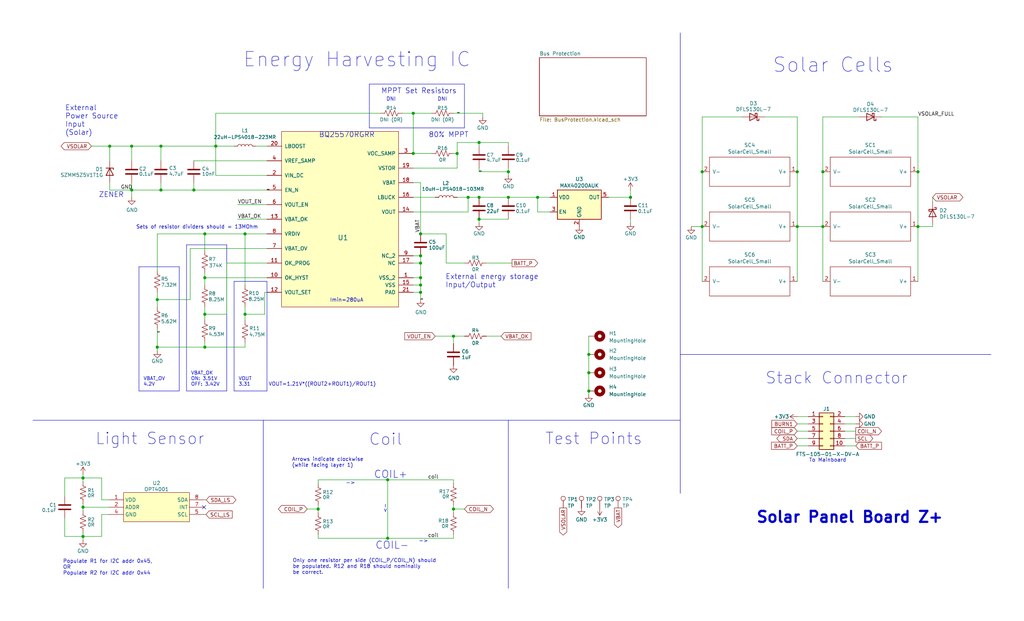
<source format=kicad_sch>
(kicad_sch (version 20230121) (generator eeschema)
  (paper "USLegal")
  (title_block (title "PyCubed Mini") (date "2023-06-18") (rev "B3/03") (company "REx Lab Carnegie Mellon University") (comment 1 "Z.Manchester") (comment 2 "N.Khera") (comment 3 "M.Holliday"))
  (lib_symbols
    (symbol "Analog_Switch:MAX40200AUK"
      (property "Reference" "U" (at -6.35 6.35 0))
      (property "Value" "MAX40200AUK" (at 7.62 6.35 0))
      (symbol "MAX40200AUK_1_1"
        (rectangle (start -7.62 -5.08) (end 7.62 5.08) (stroke (width 0.254)) (fill (type background)))
        (pin power_in line (at -10.16 2.54 0) (length 2.54) (name "VDD") (number "1"))
        (pin power_in line (at 0 -7.62 90) (length 2.54) (name "GND") (number "2"))
        (pin input line (at -10.16 -2.54 0) (length 2.54) (name "EN") (number "3"))
        (pin no_connect line (at 7.62 -2.54 180) (length 2.54) hide (name "NC") (number "4"))
        (pin passive line (at 10.16 2.54 180) (length 2.54) (name "OUT") (number "5"))
      )
    )
    (symbol "Connector:TestPoint" (pin_numbers hide) (pin_names (offset 0.762) hide)
      (property "Reference" "TP" (at 0 6.858 0))
      (property "Value" "TestPoint" (at 0 5.08 0))
      (symbol "TestPoint_0_1"
        (circle (center 0 3.302) (radius 0.762))
      )
      (symbol "TestPoint_1_1"
        (pin passive line (at 0 0 90) (length 2.54) (name "1") (number "1"))
      )
    )
    (symbol "Connector_Generic:Conn_02x05_Odd_Even" (pin_names (offset 1.016) hide)
      (property "Reference" "J" (at 1.27 7.62 0))
      (property "Value" "Conn_02x05_Odd_Even" (at 1.27 -7.62 0))
      (symbol "Conn_02x05_Odd_Even_1_1"
        (rectangle (start -1.27 -4.953) (end 0 -5.207) (stroke (width 0.1524)))
        (rectangle (start -1.27 -2.413) (end 0 -2.667) (stroke (width 0.1524)))
        (rectangle (start -1.27 0.127) (end 0 -0.127) (stroke (width 0.1524)))
        (rectangle (start -1.27 2.667) (end 0 2.413) (stroke (width 0.1524)))
        (rectangle (start -1.27 5.207) (end 0 4.953) (stroke (width 0.1524)))
        (rectangle (start -1.27 6.35) (end 3.81 -6.35) (stroke (width 0.254)) (fill (type background)))
        (rectangle (start 3.81 -4.953) (end 2.54 -5.207) (stroke (width 0.1524)))
        (rectangle (start 3.81 -2.413) (end 2.54 -2.667) (stroke (width 0.1524)))
        (rectangle (start 3.81 0.127) (end 2.54 -0.127) (stroke (width 0.1524)))
        (rectangle (start 3.81 2.667) (end 2.54 2.413) (stroke (width 0.1524)))
        (rectangle (start 3.81 5.207) (end 2.54 4.953) (stroke (width 0.1524)))
        (pin passive line (at -5.08 5.08 0) (length 3.81) (name "Pin_1") (number "1"))
        (pin passive line (at 7.62 -5.08 180) (length 3.81) (name "Pin_10") (number "10"))
        (pin passive line (at 7.62 5.08 180) (length 3.81) (name "Pin_2") (number "2"))
        (pin passive line (at -5.08 2.54 0) (length 3.81) (name "Pin_3") (number "3"))
        (pin passive line (at 7.62 2.54 180) (length 3.81) (name "Pin_4") (number "4"))
        (pin passive line (at -5.08 0 0) (length 3.81) (name "Pin_5") (number "5"))
        (pin passive line (at 7.62 0 180) (length 3.81) (name "Pin_6") (number "6"))
        (pin passive line (at -5.08 -2.54 0) (length 3.81) (name "Pin_7") (number "7"))
        (pin passive line (at 7.62 -2.54 180) (length 3.81) (name "Pin_8") (number "8"))
        (pin passive line (at -5.08 -5.08 0) (length 3.81) (name "Pin_9") (number "9"))
      )
    )
    (symbol "Device:C" (pin_numbers hide) (pin_names (offset 0.254))
      (property "Reference" "C" (at 0.635 2.54 0))
      (property "Value" "C" (at 0.635 -2.54 0))
      (symbol "C_0_1"
        (polyline (pts (xy -2.032 -0.762) (xy 2.032 -0.762)) (stroke (width 0.508)))
        (polyline (pts (xy -2.032 0.762) (xy 2.032 0.762)) (stroke (width 0.508)))
      )
      (symbol "C_1_1"
        (pin passive line (at 0 3.81 270) (length 2.794) (name "~") (number "1"))
        (pin passive line (at 0 -3.81 90) (length 2.794) (name "~") (number "2"))
      )
    )
    (symbol "Device:D_Schottky" (pin_numbers hide) (pin_names (offset 1.016) hide)
      (property "Reference" "D" (at 0 2.54 0))
      (property "Value" "D_Schottky" (at 0 -2.54 0))
      (symbol "D_Schottky_0_1"
        (polyline (pts (xy 1.27 0) (xy -1.27 0)))
        (polyline (pts (xy 1.27 1.27) (xy 1.27 -1.27) (xy -1.27 0) (xy 1.27 1.27)) (stroke (width 0.254)))
        (polyline (pts (xy -1.905 0.635) (xy -1.905 1.27) (xy -1.27 1.27) (xy -1.27 -1.27) (xy -0.635 -1.27) (xy -0.635 -0.635)) (stroke (width 0.254)))
      )
      (symbol "D_Schottky_1_1"
        (pin passive line (at -3.81 0 0) (length 2.54) (name "K") (number "1"))
        (pin passive line (at 3.81 0 180) (length 2.54) (name "A") (number "2"))
      )
    )
    (symbol "Device:L" (pin_numbers hide) (pin_names (offset 1.016) hide)
      (property "Reference" "L" (at -1.27 0 90))
      (property "Value" "L" (at 1.905 0 90))
      (symbol "L_0_1"
        (arc (start 0 -2.54) (mid 0.6323 -1.905) (end 0 -1.27))
        (arc (start 0 -1.27) (mid 0.6323 -0.635) (end 0 0))
        (arc (start 0 0) (mid 0.6323 0.635) (end 0 1.27))
        (arc (start 0 1.27) (mid 0.6323 1.905) (end 0 2.54))
      )
      (symbol "L_1_1"
        (pin passive line (at 0 3.81 270) (length 1.27) (name "1") (number "1"))
        (pin passive line (at 0 -3.81 90) (length 1.27) (name "2") (number "2"))
      )
    )
    (symbol "Device:R_US" (pin_numbers hide) (pin_names (offset 0))
      (property "Reference" "R" (at 2.54 0 90))
      (property "Value" "R_US" (at -2.54 0 90))
      (symbol "R_US_0_1"
        (polyline (pts (xy 0 -2.286) (xy 0 -2.54)))
        (polyline (pts (xy 0 2.286) (xy 0 2.54)))
        (polyline (pts (xy 0 -0.762) (xy 1.016 -1.143) (xy 0 -1.524) (xy -1.016 -1.905) (xy 0 -2.286)))
        (polyline (pts (xy 0 0.762) (xy 1.016 0.381) (xy 0 0) (xy -1.016 -0.381) (xy 0 -0.762)))
        (polyline (pts (xy 0 2.286) (xy 1.016 1.905) (xy 0 1.524) (xy -1.016 1.143) (xy 0 0.762)))
      )
      (symbol "R_US_1_1"
        (pin passive line (at 0 3.81 270) (length 1.27) (name "~") (number "1"))
        (pin passive line (at 0 -3.81 90) (length 1.27) (name "~") (number "2"))
      )
    )
    (symbol "Diode:Z1SMAxxx" (pin_numbers hide) (pin_names hide)
      (property "Reference" "D" (at 0 2.54 0))
      (property "Value" "Z1SMAxxx" (at 0 -2.54 0))
      (symbol "Z1SMAxxx_0_1"
        (polyline (pts (xy 1.27 0) (xy -1.27 0)))
        (polyline (pts (xy -1.27 -1.27) (xy -1.27 1.27) (xy -0.762 1.27)) (stroke (width 0.254)))
        (polyline (pts (xy 1.27 -1.27) (xy 1.27 1.27) (xy -1.27 0) (xy 1.27 -1.27)) (stroke (width 0.254)))
      )
      (symbol "Z1SMAxxx_1_1"
        (pin passive line (at -3.81 0 0) (length 2.54) (name "K") (number "1"))
        (pin passive line (at 3.81 0 180) (length 2.54) (name "A") (number "2"))
      )
    )
    (symbol "Mechanical:MountingHole_Pad" (pin_numbers hide) (pin_names (offset 1.016) hide)
      (property "Reference" "H" (at 0 6.35 0))
      (property "Value" "MountingHole_Pad" (at 0 4.445 0))
      (symbol "MountingHole_Pad_0_1"
        (circle (center 0 1.27) (radius 1.27) (stroke (width 1.27)))
      )
      (symbol "MountingHole_Pad_1_1"
        (pin input line (at 0 -2.54 90) (length 2.54) (name "1") (number "1"))
      )
    )
    (symbol "power:+3V3" (power) (pin_names (offset 0))
      (property "Value" "+3V3" (at 0 3.556 0))
      (symbol "+3V3_0_1"
        (polyline (pts (xy -0.762 1.27) (xy 0 2.54)))
        (polyline (pts (xy 0 0) (xy 0 2.54)))
        (polyline (pts (xy 0 2.54) (xy 0.762 1.27)))
      )
      (symbol "+3V3_1_1"
        (pin power_in line (at 0 0 90) (length 0) hide (name "+3V3") (number "1"))
      )
    )
    (symbol "power:GND" (power) (pin_names (offset 0))
      (property "Value" "GND" (at 0 -3.81 0))
      (symbol "GND_0_1"
        (polyline (pts (xy 0 0) (xy 0 -1.27) (xy 1.27 -1.27) (xy 0 -2.54) (xy -1.27 -1.27) (xy 0 -1.27)))
      )
      (symbol "GND_1_1"
        (pin power_in line (at 0 0 270) (length 0) hide (name "GND") (number "1"))
      )
    )
    (symbol "solarpanels:BQ25570RGRR" (pin_names (offset 1.016))
      (property "Reference" "U" (at 0 3.81 0))
      (property "Value" "BQ25570RGRR" (at 0 0 0))
      (symbol "BQ25570RGRR_0_1"
        (rectangle (start -20.32 30.48) (end 20.32 -30.48) (fill (type background)))
      )
      (symbol "BQ25570RGRR_1_0"
        (pin power_in line (at 25.4 -20.32 180) (length 5.08) (name "VSS_2") (number "1"))
        (pin input line (at -25.4 -20.32 0) (length 5.08) (name "OK_HYST") (number "10"))
        (pin input line (at -25.4 -15.24 0) (length 5.08) (name "OK_PROG") (number "11"))
        (pin input line (at -25.4 -25.4 0) (length 5.08) (name "VOUT_SET") (number "12"))
        (pin output line (at -25.4 0 0) (length 5.08) (name "VBAT_OK") (number "13"))
        (pin power_in line (at 25.4 2.54 180) (length 5.08) (name "VOUT") (number "14"))
        (pin power_in line (at 25.4 -22.86 180) (length 5.08) (name "VSS") (number "15"))
        (pin passive line (at 25.4 7.62 180) (length 5.08) (name "LBUCK") (number "16"))
        (pin passive line (at 25.4 -15.24 180) (length 5.08) (name "NC") (number "17"))
        (pin bidirectional line (at 25.4 12.7 180) (length 5.08) (name "VBAT") (number "18"))
        (pin power_in line (at 25.4 17.78 180) (length 5.08) (name "VSTOR") (number "19"))
        (pin power_in line (at -25.4 15.24 0) (length 5.08) (name "VIN_DC") (number "2"))
        (pin input line (at -25.4 25.4 0) (length 5.08) (name "LBOOST") (number "20"))
        (pin power_in line (at 25.4 -25.4 180) (length 5.08) (name "PAD") (number "21"))
        (pin input line (at 25.4 22.86 180) (length 5.08) (name "VOC_SAMP") (number "3"))
        (pin input line (at -25.4 20.32 0) (length 5.08) (name "VREF_SAMP") (number "4"))
        (pin input line (at -25.4 10.16 0) (length 5.08) (name "EN_N") (number "5"))
        (pin input line (at -25.4 5.08 0) (length 5.08) (name "VOUT_EN") (number "6"))
        (pin input line (at -25.4 -10.16 0) (length 5.08) (name "VBAT_OV") (number "7"))
        (pin output line (at -25.4 -5.08 0) (length 5.08) (name "VRDIV") (number "8"))
        (pin power_in line (at 25.4 -12.7 180) (length 5.08) (name "NC_2") (number "9"))
      )
    )
    (symbol "solarpanels:OPT4001"
      (property "Reference" "U" (at 0 8.255 0))
      (property "Value" "OPT4001" (at 0 6.223 0))
      (symbol "OPT4001_0_0"
        (pin unspecified line (at -16.51 2.54 0) (length 5.08) (name "VDD") (number "1"))
        (pin unspecified line (at -16.51 0 0) (length 5.08) (name "ADDR") (number "2"))
      )
      (symbol "OPT4001_0_1"
        (polyline (pts (xy -11.43 5.08) (xy 11.43 5.08) (xy 11.43 -5.08) (xy -11.43 -5.08) (xy -11.43 5.08)) (stroke (width 0.1524)) (fill (type background)))
      )
      (symbol "OPT4001_1_0"
        (pin no_connect line (at 0 -10.16 90) (length 5.08) hide (name "NC") (number "3"))
        (pin unspecified line (at -16.51 -2.54 0) (length 5.08) (name "GND") (number "4"))
        (pin unspecified line (at 16.51 -2.54 180) (length 5.08) (name "SCL") (number "5"))
        (pin no_connect line (at 0 -10.16 90) (length 5.08) hide (name "NC") (number "6"))
        (pin unspecified line (at 16.51 0 180) (length 5.08) (name "INT") (number "7"))
        (pin unspecified line (at 16.51 2.54 180) (length 5.08) (name "SDA") (number "8"))
      )
    )
    (symbol "solarpanels:SolarCell_Small" (pin_names (offset 1.016))
      (property "Reference" "SC" (at 0 -1.27 0))
      (property "Value" "SolarCell_Small" (at 0 1.27 0))
      (symbol "SolarCell_Small_0_1"
        (rectangle (start -13.97 -5.08) (end 13.97 5.08))
      )
      (symbol "SolarCell_Small_1_1"
        (pin bidirectional line (at -16.51 0 0) (length 2.54) (name "V+") (number "1"))
        (pin bidirectional line (at 16.51 0 180) (length 2.54) (name "V-") (number "2"))
      )
    )
  )
  (junction (at 38.1 50.8))
  (junction (at 166.37 49.53))
  (junction (at 28.829 186.436))
  (junction (at 54.61 104.14))
  (junction (at 143.51 53.34))
  (junction (at 45.72 66.04))
  (junction (at 146.05 88.9))
  (junction (at 110.49 176.911))
  (junction (at 204.47 123.19))
  (junction (at 28.829 166.116))
  (junction (at 71.12 109.22))
  (junction (at 157.48 176.911))
  (junction (at 74.93 50.8))
  (junction (at 186.69 68.58))
  (junction (at 285.75 78.74))
  (junction (at 85.09 81.28))
  (junction (at 54.61 120.65))
  (junction (at 85.09 109.22))
  (junction (at 162.56 68.58))
  (junction (at 71.12 96.52))
  (junction (at 176.53 59.69))
  (junction (at 55.88 50.8))
  (junction (at 243.84 59.69))
  (junction (at 285.75 59.69))
  (junction (at 146.05 81.28))
  (junction (at 146.05 96.52))
  (junction (at 146.05 101.6))
  (junction (at 71.12 120.65))
  (junction (at 143.51 39.37))
  (junction (at 243.84 78.74))
  (junction (at 276.86 78.74))
  (junction (at 218.948 68.58))
  (junction (at 157.48 116.84))
  (junction (at 134.62 166.751))
  (junction (at 318.77 78.74))
  (junction (at 158.75 53.34))
  (junction (at 28.829 176.276))
  (junction (at 146.05 99.06))
  (junction (at 166.37 76.2))
  (junction (at 67.31 66.04))
  (junction (at 55.88 66.04))
  (junction (at 318.77 59.69))
  (junction (at 276.86 59.69))
  (junction (at 134.62 187.071))
  (junction (at 204.47 129.54))
  (junction (at 204.47 135.89))
  (junction (at 176.53 68.58))
  (junction (at 71.12 81.28))
  (junction (at 45.72 50.8))
  (junction (at 146.05 91.44))
  (junction (at 166.37 68.58))
  (no_connect (at 70.866 176.276))
  (wire (pts (xy 143.51 101.6) (xy 146.05 101.6)))
  (wire (pts (xy 318.77 78.74) (xy 323.85 78.74)))
  (wire (pts (xy 38.1 63.5) (xy 38.1 66.04)))
  (wire (pts (xy 66.04 86.36) (xy 92.71 86.36)))
  (wire (pts (xy 243.84 97.79) (xy 243.84 78.74)))
  (wire (pts (xy 146.05 91.44) (xy 146.05 88.9)))
  (polyline (pts (xy 78.74 85.09) (xy 78.74 135.89)))
  (wire (pts (xy 71.12 106.68) (xy 71.12 109.22)))
  (wire (pts (xy 276.86 40.64) (xy 265.43 40.64)))
  (wire (pts (xy 110.49 175.641) (xy 110.49 176.911)))
  (polyline (pts (xy 81.28 97.79) (xy 92.71 97.79)))
  (wire (pts (xy 204.47 123.19) (xy 204.47 129.54)))
  (wire (pts (xy 85.09 118.999) (xy 85.09 120.65)))
  (wire (pts (xy 146.05 81.28) (xy 146.05 63.5)))
  (polyline (pts (xy 92.71 97.79) (xy 92.71 135.89)))
  (wire (pts (xy 204.47 137.16) (xy 204.47 135.89)))
  (wire (pts (xy 35.306 178.816) (xy 37.846 178.816)))
  (wire (pts (xy 78.74 91.44) (xy 92.71 91.44)))
  (wire (pts (xy 54.61 120.65) (xy 71.12 120.65)))
  (wire (pts (xy 158.75 53.34) (xy 158.75 58.42)))
  (wire (pts (xy 157.48 39.37) (xy 167.64 39.37)))
  (wire (pts (xy 82.55 76.2) (xy 92.71 76.2)))
  (wire (pts (xy 139.7 39.37) (xy 143.51 39.37)))
  (wire (pts (xy 176.53 60.96) (xy 176.53 59.69)))
  (wire (pts (xy 143.51 99.06) (xy 146.05 99.06)))
  (wire (pts (xy 243.84 40.64) (xy 243.84 59.69)))
  (wire (pts (xy 176.53 58.42) (xy 176.53 59.69)))
  (wire (pts (xy 110.49 185.801) (xy 110.49 187.071)))
  (wire (pts (xy 45.72 50.8) (xy 55.88 50.8)))
  (wire (pts (xy 35.306 186.436) (xy 35.306 178.816)))
  (wire (pts (xy 318.77 40.64) (xy 318.77 59.69)))
  (polyline (pts (xy 92.71 135.89) (xy 81.28 135.89)))
  (wire (pts (xy 146.05 104.14) (xy 146.05 101.6)))
  (wire (pts (xy 85.09 81.28) (xy 85.09 99.06)))
  (wire (pts (xy 151.13 116.84) (xy 157.48 116.84)))
  (wire (pts (xy 134.62 166.751) (xy 157.48 166.751)))
  (wire (pts (xy 166.37 76.2) (xy 176.53 76.2)))
  (wire (pts (xy 22.479 172.466) (xy 22.479 166.116)))
  (polyline (pts (xy 176.53 146.05) (xy 176.53 204.47)))
  (wire (pts (xy 28.829 164.846) (xy 28.829 166.116)))
  (wire (pts (xy 28.829 175.006) (xy 28.829 176.276)))
  (polyline (pts (xy 64.77 135.89) (xy 64.77 85.09)))
  (polyline (pts (xy 236.22 11.43) (xy 236.22 171.45)))
  (wire (pts (xy 74.93 50.8) (xy 74.93 60.96)))
  (wire (pts (xy 134.62 187.071) (xy 157.48 187.071)))
  (wire (pts (xy 28.829 186.436) (xy 35.306 186.436)))
  (wire (pts (xy 74.93 39.37) (xy 74.93 50.8)))
  (wire (pts (xy 285.75 78.74) (xy 276.86 78.74)))
  (polyline (pts (xy 161.29 44.45) (xy 128.27 44.45)))
  (wire (pts (xy 166.37 58.42) (xy 166.37 59.69)))
  (polyline (pts (xy 91.44 146.05) (xy 91.44 204.47)))
  (wire (pts (xy 70.866 173.736) (xy 71.628 173.736)))
  (wire (pts (xy 22.479 166.116) (xy 28.829 166.116)))
  (wire (pts (xy 67.31 66.04) (xy 67.31 63.5)))
  (polyline (pts (xy 161.29 29.21) (xy 161.29 44.45)))
  (wire (pts (xy 276.86 154.94) (xy 280.67 154.94)))
  (wire (pts (xy 54.61 114.3) (xy 54.61 120.65)))
  (wire (pts (xy 204.47 116.84) (xy 204.47 123.19)))
  (wire (pts (xy 257.81 40.64) (xy 243.84 40.64)))
  (wire (pts (xy 211.328 68.58) (xy 218.948 68.58)))
  (wire (pts (xy 55.88 66.04) (xy 67.31 66.04)))
  (wire (pts (xy 158.75 68.58) (xy 162.56 68.58)))
  (wire (pts (xy 146.05 88.9) (xy 143.51 88.9)))
  (wire (pts (xy 297.18 147.32) (xy 293.37 147.32)))
  (wire (pts (xy 276.86 147.32) (xy 280.67 147.32)))
  (wire (pts (xy 71.12 118.745) (xy 71.12 120.65)))
  (wire (pts (xy 92.71 55.88) (xy 67.31 55.88)))
  (wire (pts (xy 276.86 78.74) (xy 276.86 97.79)))
  (wire (pts (xy 285.75 59.69) (xy 285.75 78.74)))
  (wire (pts (xy 146.05 99.06) (xy 146.05 96.52)))
  (wire (pts (xy 276.86 152.4) (xy 280.67 152.4)))
  (wire (pts (xy 168.91 116.84) (xy 173.99 116.84)))
  (wire (pts (xy 55.88 50.8) (xy 55.88 55.88)))
  (wire (pts (xy 186.69 68.58) (xy 186.69 73.66)))
  (wire (pts (xy 71.12 94.742) (xy 71.12 96.52)))
  (wire (pts (xy 285.75 40.64) (xy 285.75 59.69)))
  (wire (pts (xy 55.88 50.8) (xy 74.93 50.8)))
  (wire (pts (xy 71.12 81.28) (xy 54.61 81.28)))
  (wire (pts (xy 28.829 185.166) (xy 28.829 186.436)))
  (wire (pts (xy 161.29 176.911) (xy 157.48 176.911)))
  (wire (pts (xy 45.72 55.88) (xy 45.72 50.8)))
  (wire (pts (xy 157.48 185.801) (xy 157.48 187.071)))
  (wire (pts (xy 293.37 152.4) (xy 297.18 152.4)))
  (wire (pts (xy 143.51 53.34) (xy 143.51 39.37)))
  (wire (pts (xy 318.77 78.74) (xy 318.77 97.79)))
  (polyline (pts (xy 62.23 135.89) (xy 48.26 135.89)))
  (polyline (pts (xy 128.27 29.21) (xy 161.29 29.21)))
  (wire (pts (xy 91.948 109.22) (xy 91.948 101.6)))
  (wire (pts (xy 74.93 50.8) (xy 81.28 50.8)))
  (wire (pts (xy 218.948 76.2) (xy 218.948 77.47)))
  (wire (pts (xy 74.93 60.96) (xy 92.71 60.96)))
  (polyline (pts (xy 62.23 92.71) (xy 62.23 135.89)))
  (wire (pts (xy 54.61 121.92) (xy 54.61 120.65)))
  (wire (pts (xy 85.09 81.28) (xy 92.71 81.28)))
  (wire (pts (xy 38.1 55.88) (xy 38.1 50.8)))
  (wire (pts (xy 166.37 50.8) (xy 166.37 49.53)))
  (wire (pts (xy 166.37 59.69) (xy 176.53 59.69)))
  (wire (pts (xy 28.829 187.706) (xy 28.829 186.436)))
  (wire (pts (xy 35.306 166.116) (xy 28.829 166.116)))
  (wire (pts (xy 66.04 104.14) (xy 66.04 86.36)))
  (wire (pts (xy 110.49 166.751) (xy 134.62 166.751)))
  (wire (pts (xy 158.75 49.53) (xy 166.37 49.53)))
  (wire (pts (xy 293.37 149.86) (xy 297.18 149.86)))
  (wire (pts (xy 276.86 59.69) (xy 276.86 78.74)))
  (wire (pts (xy 146.05 101.6) (xy 146.05 99.06)))
  (wire (pts (xy 167.64 39.37) (xy 167.64 40.64)))
  (wire (pts (xy 55.88 63.5) (xy 55.88 66.04)))
  (wire (pts (xy 146.05 96.52) (xy 146.05 91.44)))
  (wire (pts (xy 323.85 78.74) (xy 323.85 77.851)))
  (wire (pts (xy 154.94 91.44) (xy 154.94 81.28)))
  (polyline (pts (xy 81.28 135.89) (xy 81.28 97.79)))
  (wire (pts (xy 82.55 71.12) (xy 92.71 71.12)))
  (polyline (pts (xy 78.74 135.89) (xy 64.77 135.89)))
  (wire (pts (xy 70.866 178.816) (xy 71.501 178.816)))
  (wire (pts (xy 110.49 166.751) (xy 110.49 168.021)))
  (wire (pts (xy 157.48 119.38) (xy 157.48 116.84)))
  (wire (pts (xy 54.61 104.14) (xy 66.04 104.14)))
  (wire (pts (xy 154.94 91.44) (xy 161.29 91.44)))
  (wire (pts (xy 162.56 73.66) (xy 162.56 68.58)))
  (wire (pts (xy 298.45 40.64) (xy 285.75 40.64)))
  (wire (pts (xy 166.37 76.2) (xy 166.37 77.47)))
  (wire (pts (xy 92.71 66.04) (xy 67.31 66.04)))
  (wire (pts (xy 157.48 53.34) (xy 158.75 53.34)))
  (wire (pts (xy 71.12 120.65) (xy 85.09 120.65)))
  (wire (pts (xy 218.948 66.04) (xy 218.948 68.58)))
  (wire (pts (xy 85.09 106.68) (xy 85.09 109.22)))
  (wire (pts (xy 106.68 176.911) (xy 110.49 176.911)))
  (wire (pts (xy 157.48 166.751) (xy 157.48 168.021)))
  (polyline (pts (xy 48.26 92.71) (xy 62.23 92.71)))
  (wire (pts (xy 31.75 50.8) (xy 38.1 50.8)))
  (wire (pts (xy 204.47 129.54) (xy 204.47 135.89)))
  (wire (pts (xy 285.75 78.74) (xy 285.75 97.79)))
  (wire (pts (xy 318.77 59.69) (xy 318.77 78.74)))
  (wire (pts (xy 166.37 49.53) (xy 176.53 49.53)))
  (polyline (pts (xy 64.77 85.09) (xy 78.74 85.09)))
  (wire (pts (xy 162.56 68.58) (xy 166.37 68.58)))
  (wire (pts (xy 71.12 109.22) (xy 78.74 109.22)))
  (wire (pts (xy 143.51 68.58) (xy 151.13 68.58)))
  (wire (pts (xy 176.53 68.58) (xy 186.69 68.58)))
  (wire (pts (xy 186.69 68.58) (xy 191.008 68.58)))
  (wire (pts (xy 71.12 96.52) (xy 71.12 99.06)))
  (wire (pts (xy 38.1 66.04) (xy 45.72 66.04)))
  (wire (pts (xy 85.09 81.28) (xy 71.12 81.28)))
  (wire (pts (xy 85.09 109.22) (xy 85.09 111.379)))
  (wire (pts (xy 28.829 176.276) (xy 28.829 177.546)))
  (wire (pts (xy 38.1 50.8) (xy 45.72 50.8)))
  (wire (pts (xy 91.948 101.6) (xy 92.71 101.6)))
  (wire (pts (xy 243.84 78.74) (xy 240.03 78.74)))
  (wire (pts (xy 158.75 58.42) (xy 143.51 58.42)))
  (wire (pts (xy 88.9 50.8) (xy 92.71 50.8)))
  (wire (pts (xy 45.72 66.04) (xy 55.88 66.04)))
  (wire (pts (xy 280.67 144.78) (xy 276.86 144.78)))
  (wire (pts (xy 54.61 104.14) (xy 54.61 106.68)))
  (wire (pts (xy 28.829 166.116) (xy 28.829 167.386)))
  (wire (pts (xy 276.86 149.86) (xy 280.67 149.86)))
  (wire (pts (xy 54.61 81.28) (xy 54.61 93.98)))
  (wire (pts (xy 168.91 91.44) (xy 177.8 91.44)))
  (wire (pts (xy 297.18 154.94) (xy 293.37 154.94)))
  (wire (pts (xy 71.12 81.28) (xy 71.12 87.122)))
  (wire (pts (xy 134.62 166.751) (xy 134.62 187.071)))
  (polyline (pts (xy 236.22 123.19) (xy 344.17 123.19)))
  (wire (pts (xy 157.48 176.911) (xy 157.48 178.181)))
  (wire (pts (xy 110.49 176.911) (xy 110.49 178.181)))
  (wire (pts (xy 276.86 59.69) (xy 276.86 40.64)))
  (wire (pts (xy 143.51 39.37) (xy 149.86 39.37)))
  (wire (pts (xy 74.93 39.37) (xy 132.08 39.37)))
  (wire (pts (xy 143.51 73.66) (xy 162.56 73.66)))
  (polyline (pts (xy 48.26 135.89) (xy 48.26 92.71)))
  (wire (pts (xy 54.61 101.6) (xy 54.61 104.14)))
  (wire (pts (xy 22.479 186.436) (xy 28.829 186.436)))
  (wire (pts (xy 143.51 91.44) (xy 146.05 91.44)))
  (wire (pts (xy 71.12 109.22) (xy 71.12 111.125)))
  (wire (pts (xy 176.53 50.8) (xy 176.53 49.53)))
  (wire (pts (xy 157.48 116.84) (xy 161.29 116.84)))
  (wire (pts (xy 243.84 78.74) (xy 243.84 59.69)))
  (wire (pts (xy 157.48 175.641) (xy 157.48 176.911)))
  (polyline (pts (xy 11.43 146.05) (xy 236.22 146.05)))
  (wire (pts (xy 323.85 68.58) (xy 323.85 70.231)))
  (wire (pts (xy 306.07 40.64) (xy 318.77 40.64)))
  (wire (pts (xy 158.75 49.53) (xy 158.75 53.34)))
  (wire (pts (xy 154.94 81.28) (xy 146.05 81.28)))
  (wire (pts (xy 45.72 63.5) (xy 45.72 66.04)))
  (wire (pts (xy 297.18 144.78) (xy 293.37 144.78)))
  (wire (pts (xy 71.12 96.52) (xy 92.71 96.52)))
  (wire (pts (xy 28.829 176.276) (xy 37.846 176.276)))
  (wire (pts (xy 110.49 187.071) (xy 134.62 187.071)))
  (wire (pts (xy 45.72 66.04) (xy 45.72 68.58)))
  (wire (pts (xy 22.479 180.086) (xy 22.479 186.436)))
  (wire (pts (xy 35.306 173.736) (xy 35.306 166.116)))
  (wire (pts (xy 143.51 53.34) (xy 149.86 53.34)))
  (wire (pts (xy 78.74 109.22) (xy 78.74 91.44)))
  (wire (pts (xy 143.51 96.52) (xy 146.05 96.52)))
  (wire (pts (xy 85.09 109.22) (xy 91.948 109.22)))
  (polyline (pts (xy 128.27 44.45) (xy 128.27 29.21)))
  (wire (pts (xy 191.008 73.66) (xy 186.69 73.66)))
  (wire (pts (xy 35.306 173.736) (xy 37.846 173.736)))
  (wire (pts (xy 166.37 68.58) (xy 176.53 68.58)))
  (wire (pts (xy 146.05 63.5) (xy 143.51 63.5)))
  (text "80% MPPT " (at 148.844 48.006 0) (effects (font (size 1.778 1.778)) (justify left bottom)))
  (text "DNI" (at 151.892 35.306 0) (effects (font (size 1.27 1.27)) (justify left bottom)))
  (text "Populate R1 for I2C addr 0x45, \nOR\nPopulate R2 for I2C addr 0x44" (at 21.844 200.025 0) (effects (font (size 1.27 1.27)) (justify left bottom)))
  (text "Solar Cells\n" (at 268.224 25.654 0) (effects (font (size 5 5)) (justify left bottom)))
  (text "External\nPower Source\nInput\n(Solar)" (at 22.606 47.244 0) (effects (font (size 1.778 1.778)) (justify left bottom)))
  (text "Only one resistor per side (COIL_P/COIL_N) should \nbe populated. R12 and R18 should nominally \nbe correct." (at 101.6 199.771 0) (effects (font (size 1.27 1.27)) (justify left bottom)))
  (text "Stack Connector\n" (at 265.684 133.858 0) (effects (font (size 4 4)) (justify left bottom)))
  (text "VOUT\n3.31" (at 82.804 134.366 0) (effects (font (size 1.2 1.2)) (justify left bottom)))
  (text "->" (at 148.717 188.849 0) (effects (font (size 1.27 1.27)) (justify right bottom)))
  (text "Energy Harvesting IC" (at 84.328 23.749 0) (effects (font (size 5 5)) (justify left bottom)))
  (text "MPPT Set Resistors " (at 132.334 32.766 0) (effects (font (size 1.778 1.778)) (justify left bottom)))
  (text "Arrows indicate clockwise\n(while facing layer 1)" (at 101.346 162.56 0) (effects (font (size 1.27 1.27)) (justify left bottom)))
  (text "<-" (at 134.493 178.435 90) (effects (font (size 1.27 1.27)) (justify left bottom)))
  (text "To Mainboard" (at 280.924 160.782 0) (effects (font (size 1.27 1.27)) (justify left bottom)))
  (text "Test Points" (at 189.23 154.94 0) (effects (font (size 4 4)) (justify left bottom)))
  (text "External energy storage\nInput/Output" (at 154.686 100.203 0) (effects (font (size 1.778 1.778)) (justify left bottom)))
  (text "COIL+" (at 129.794 166.497 0) (effects (font (size 2.54 2.54)) (justify left bottom)))
  (text "BQ25570RGRR" (at 110.744 48.006 0) (effects (font (size 1.778 1.778)) (justify left bottom)))
  (text "DNI" (at 134.112 35.306 0) (effects (font (size 1.27 1.27)) (justify left bottom)))
  (text "Light Sensor" (at 33.02 154.94 0) (effects (font (size 4 4)) (justify left bottom)))
  (text "Solar Panel Board Z+" (at 262.382 182.118 0) (effects (font (size 3.81 3.81) (thickness 0.762) bold) (justify left bottom)))
  (text "->" (at 120.015 168.656 0) (effects (font (size 1.27 1.27)) (justify left bottom)))
  (text "VOUT=1.21V*((ROUT2+ROUT1)/ROUT1)" (at 93.218 134.366 0) (effects (font (size 1.27 1.27)) (justify left bottom)))
  (text "VBAT_OV\n4.2V" (at 49.784 134.366 0) (effects (font (size 1.2 1.2)) (justify left bottom)))
  (text "VBAT_OK\nON: 3.51V\nOFF: 3.42V" (at 66.294 134.366 0) (effects (font (size 1.2 1.2)) (justify left bottom)))
  (text "COIL-" (at 130.302 191.135 0) (effects (font (size 2.54 2.54)) (justify left bottom)))
  (text "Sets of resistor dividers should = 13MOhm" (at 47.244 79.756 0) (effects (font (size 1.27 1.27)) (justify left bottom)))
  (text "Imin=280uA" (at 114.554 105.156 0) (effects (font (size 1.27 1.27)) (justify left bottom)))
  (text "ZENER" (at 34.29 68.834 0) (effects (font (size 1.778 1.778)) (justify left bottom)))
  (text "Coil" (at 128.016 155.194 0) (effects (font (size 4 4)) (justify left bottom)))
  (label "GND" (at 158.75 39.37 0) (effects (font (size 0.254 0.254))))
  (label "coil" (at 148.59 187.071 0))
  (label "GND" (at 92.71 66.04 0) (effects (font (size 0.254 0.254))))
  (label "VBAT_OK" (at 82.55 76.2 0))
  (label "coil" (at 148.59 166.751 0))
  (label "VOUT_EN" (at 82.55 71.12 0))
  (label "VBAT" (at 146.05 76.2 270))
  (label "GND" (at 166.37 59.69 0) (effects (font (size 0.254 0.254))))
  (label "GND" (at 146.05 104.14 0) (effects (font (size 0.254 0.254))))
  (label "GND" (at 41.91 66.04 0))
  (label "GND" (at 54.61 115.57 0) (effects (font (size 0.254 0.254))))
  (label "VSOLAR_FULL" (at 318.77 40.64 0))
  (global_label "SDA_LS" (shape bidirectional) (at 71.628 173.736 0) (property "Intersheetrefs" "${INTERSHEET_REFS}" (effects hide)))
  (global_label "VBAT_OK" (shape input) (at 173.99 116.84 0) (property "Intersheetrefs" "${INTERSHEET_REFS}" (effects hide)))
  (global_label "VSOLAR" (shape bidirectional) (at 31.75 50.8 180) (property "Intersheetrefs" "${INTERSHEET_REFS}" (effects hide)))
  (global_label "BATT_P" (shape output) (at 177.8 91.44 0) (property "Intersheetrefs" "${INTERSHEET_REFS}" (effects hide)))
  (global_label "VOUT_EN" (shape input) (at 151.13 116.84 180) (property "Intersheetrefs" "${INTERSHEET_REFS}" (effects hide)))
  (global_label "VSOLAR" (shape bidirectional) (at 323.85 68.58 0) (property "Intersheetrefs" "${INTERSHEET_REFS}" (effects hide)))
  (global_label "BURN1" (shape input) (at 276.86 147.32 180) (property "Intersheetrefs" "${INTERSHEET_REFS}" (effects hide)))
  (global_label "COIL_N" (shape output) (at 297.18 149.86 0) (property "Intersheetrefs" "${INTERSHEET_REFS}" (effects hide)))
  (global_label "COIL_P" (shape bidirectional) (at 106.68 176.911 180) (property "Intersheetrefs" "${INTERSHEET_REFS}" (effects hide)))
  (global_label "SCL" (shape output) (at 297.18 152.4 0) (property "Intersheetrefs" "${INTERSHEET_REFS}" (effects hide)))
  (global_label "COIL_P" (shape input) (at 276.86 149.86 180) (property "Intersheetrefs" "${INTERSHEET_REFS}" (effects hide)))
  (global_label "BATT_P" (shape input) (at 276.86 154.94 180) (property "Intersheetrefs" "${INTERSHEET_REFS}" (effects hide)))
  (global_label "SCL_LS" (shape input) (at 71.501 178.816 0) (property "Intersheetrefs" "${INTERSHEET_REFS}" (effects hide)))
  (global_label "COIL_N" (shape bidirectional) (at 161.29 176.911 0) (property "Intersheetrefs" "${INTERSHEET_REFS}" (effects hide)))
  (global_label "VBAT" (shape output) (at 214.63 176.53 270) (property "Intersheetrefs" "${INTERSHEET_REFS}" (effects hide)))
  (global_label "VSOLAR" (shape output) (at 195.58 176.53 270) (property "Intersheetrefs" "${INTERSHEET_REFS}" (effects hide)))
  (global_label "SDA" (shape bidirectional) (at 276.86 152.4 180) (property "Intersheetrefs" "${INTERSHEET_REFS}" (effects hide)))
  (global_label "BATT_P" (shape input) (at 297.18 154.94 0) (property "Intersheetrefs" "${INTERSHEET_REFS}" (effects hide)))
  (symbol (lib_id "Device:C") (at 176.53 54.61 0) (unit 1)
    (property "Reference" "C9" (at 179.07 53.848 0) (effects (font (size 1.2 1.2)) (justify left)))
    (property "Value" "0.1uF" (at 179.07 55.626 0) (effects (font (size 1.2 1.2)) (justify left)))
    (property "Footprint" "Capacitor_SMD:C_0603_1608Metric" (effects hide))
  )
  (symbol (lib_id "Device:R_US") (at 85.09 115.189 180) (unit 1)
    (property "Reference" "R11" (at 88.392 113.411 0) (effects (font (size 1.2 1.2)) (justify bottom)))
    (property "Value" "4.75M" (at 89.281 116.967 0) (effects (font (size 1.2 1.2)) (justify top)))
    (property "Footprint" "Resistor_SMD:R_0603_1608Metric" (effects hide))
  )
  (symbol (lib_id "Device:R_US") (at 85.09 102.87 180) (unit 1)
    (property "Reference" "R10" (at 88.138 101.219 0) (effects (font (size 1.2 1.2)) (justify bottom)))
    (property "Value" "8.25M" (at 89.027 104.648 0) (effects (font (size 1.2 1.2)) (justify top)))
    (property "Footprint" "Resistor_SMD:R_0603_1608Metric" (effects hide))
  )
  (symbol (lib_id "Device:C") (at 218.948 72.39 0) (unit 1)
    (property "Reference" "C11" (at 221.488 71.374 0) (effects (font (size 1.2 1.2)) (justify left)))
    (property "Value" "0.1uF" (at 221.488 73.406 0) (effects (font (size 1.2 1.2)) (justify left)))
    (property "Footprint" "Capacitor_SMD:C_0603_1608Metric" (effects hide))
  )
  (symbol (lib_id "Device:R_US") (at 165.1 91.44 270) (unit 1)
    (property "Reference" "R3" (at 165.1 90.297 90) (effects (font (size 1.2 1.2)) (justify bottom)))
    (property "Value" "0R" (at 165.1 92.964 90) (effects (font (size 1.2 1.2)) (justify top)))
    (property "Footprint" "Resistor_SMD:R_0603_1608Metric" (effects hide))
  )
  (symbol (lib_id "Device:R_US") (at 54.61 110.49 180) (unit 1)
    (property "Reference" "R6" (at 57.15 108.966 0) (effects (font (size 1.2 1.2)) (justify bottom)))
    (property "Value" "5.62M" (at 58.674 112.395 0) (effects (font (size 1.2 1.2)) (justify top)))
    (property "Footprint" "Resistor_SMD:R_0603_1608Metric" (effects hide))
  )
  (symbol (lib_id "power:GND") (at 146.05 104.14 0) (unit 1)
    (property "Reference" "#PWR08" (effects hide))
    (property "Value" "GND" (at 146.177 108.5342 0))
  )
  (symbol (lib_id "power:GND") (at 54.61 121.92 0) (unit 1)
    (property "Reference" "#PWR04" (effects hide))
    (property "Value" "GND" (at 54.61 125.476 0))
  )
  (symbol (lib_id "power:GND") (at 45.72 68.58 0) (unit 1)
    (property "Reference" "#PWR03" (effects hide))
    (property "Value" "GND" (at 45.847 72.9742 0))
  )
  (symbol (lib_id "power:GND") (at 167.64 40.64 0) (unit 1)
    (property "Reference" "#PWR010" (effects hide))
    (property "Value" "GND" (at 167.64 44.45 0))
  )
  (symbol (lib_id "power:GND") (at 166.37 77.47 0) (unit 1)
    (property "Reference" "#PWR09" (effects hide))
    (property "Value" "GND" (at 166.37 81.153 0))
  )
  (symbol (lib_id "power:GND") (at 176.53 60.96 0) (unit 1)
    (property "Reference" "#PWR011" (effects hide))
    (property "Value" "GND" (at 176.53 64.77 0))
  )
  (symbol (lib_id "solarpanels:SolarCell_Small") (at 302.26 59.69 0) (mirror y) (unit 1)
    (property "Reference" "SC1" (at 302.26 50.419 0))
    (property "Value" "SolarCell_Small" (at 302.26 52.7304 0))
    (property "Footprint" "solarpanels:KXOB25-05X3F" (effects hide))
  )
  (symbol (lib_id "power:GND") (at 28.829 187.706 0) (unit 1)
    (property "Reference" "#PWR07" (effects hide))
    (property "Value" "GND" (at 28.829 191.516 0))
  )
  (symbol (lib_id "solarpanels:SolarCell_Small") (at 302.26 78.74 0) (mirror y) (unit 1)
    (property "Reference" "SC2" (at 302.26 69.469 0))
    (property "Value" "SolarCell_Small" (at 302.26 71.7804 0))
    (property "Footprint" "solarpanels:KXOB25-05X3F" (effects hide))
  )
  (symbol (lib_id "solarpanels:SolarCell_Small") (at 302.26 97.79 0) (mirror y) (unit 1)
    (property "Reference" "SC3" (at 302.26 88.519 0))
    (property "Value" "SolarCell_Small" (at 302.26 90.8304 0))
    (property "Footprint" "solarpanels:KXOB25-05X3F" (effects hide))
  )
  (symbol (lib_id "Device:R_US") (at 28.829 171.196 180) (unit 1)
    (property "Reference" "R1" (at 30.353 170.434 0) (effects (font (size 1.2 1.2)) (justify right)))
    (property "Value" "0R" (at 30.353 172.212 0) (effects (font (size 1.2 1.2)) (justify right)))
    (property "Footprint" "Resistor_SMD:R_0402_1005Metric" (effects hide))
  )
  (symbol (lib_id "solarpanels:SolarCell_Small") (at 260.35 59.69 0) (mirror y) (unit 1)
    (property "Reference" "SC4" (at 260.35 50.419 0))
    (property "Value" "SolarCell_Small" (at 260.35 52.7304 0))
    (property "Footprint" "solarpanels:KXOB25-05X3F" (effects hide))
  )
  (symbol (lib_id "solarpanels:SolarCell_Small") (at 260.35 78.74 0) (mirror y) (unit 1)
    (property "Reference" "SC5" (at 260.35 69.469 0))
    (property "Value" "SolarCell_Small" (at 260.35 71.7804 0))
    (property "Footprint" "solarpanels:KXOB25-05X3F" (effects hide))
  )
  (symbol (lib_id "solarpanels:SolarCell_Small") (at 260.35 97.79 0) (mirror y) (unit 1)
    (property "Reference" "SC6" (at 260.35 88.519 0))
    (property "Value" "SolarCell_Small" (at 260.35 90.8304 0))
    (property "Footprint" "solarpanels:KXOB25-05X3F" (effects hide))
  )
  (symbol (lib_id "Device:R_US") (at 28.829 181.356 180) (unit 1)
    (property "Reference" "R2" (at 30.353 180.594 0) (effects (font (size 1.2 1.2)) (justify right)))
    (property "Value" "0R" (at 30.353 182.372 0) (effects (font (size 1.2 1.2)) (justify right)))
    (property "Footprint" "Resistor_SMD:R_0402_1005Metric" (effects hide))
  )
  (symbol (lib_id "Device:C") (at 157.48 123.19 0) (unit 1)
    (property "Reference" "C6" (at 160.274 122.174 0) (effects (font (size 1.2 1.2)) (justify left)))
    (property "Value" "1uF" (at 160.274 124.206 0) (effects (font (size 1.2 1.2)) (justify left)))
    (property "Footprint" "Capacitor_SMD:C_0603_1608Metric" (effects hide))
  )
  (symbol (lib_id "power:+3V3") (at 28.829 164.846 0) (unit 1)
    (property "Reference" "#PWR06" (effects hide))
    (property "Value" "+3V3" (at 28.829 161.163 0))
  )
  (symbol (lib_id "power:GND") (at 157.48 127 0) (unit 1)
    (property "Reference" "#PWR01" (effects hide))
    (property "Value" "GND" (at 157.607 131.3942 0))
  )
  (symbol (lib_id "Device:R_US") (at 165.1 116.84 270) (unit 1)
    (property "Reference" "R4" (at 165.1 114.808 90) (effects (font (size 1.2 1.2))))
    (property "Value" "0R" (at 165.1 119.253 90) (effects (font (size 1.2 1.2))))
    (property "Footprint" "Resistor_SMD:R_0603_1608Metric" (effects hide))
  )
  (symbol (lib_id "Device:C") (at 22.479 176.276 180) (unit 1)
    (property "Reference" "C1" (at 19.685 175.514 0) (effects (font (size 1.2 1.2)) (justify left)))
    (property "Value" "0.1uF" (at 19.685 177.292 0) (effects (font (size 1.2 1.2)) (justify left)))
    (property "Footprint" "Capacitor_SMD:C_0402_1005Metric" (effects hide))
  )
  (symbol (lib_id "power:+3V3") (at 218.948 66.04 0) (unit 1)
    (property "Reference" "#PWR015" (effects hide))
    (property "Value" "+3V3" (at 218.948 62.23 0))
  )
  (symbol (lib_id "power:GND") (at 240.03 78.74 0) (mirror y) (unit 1)
    (property "Reference" "#PWR0101" (effects hide))
    (property "Value" "GND" (at 240.03 82.55 0))
  )
  (symbol (lib_id "Device:R_US") (at 110.49 181.991 180) (unit 1)
    (property "Reference" "R13" (at 112.014 181.229 0) (effects (font (size 1.2 1.2)) (justify right)))
    (property "Value" "0R" (at 112.014 183.007 0) (effects (font (size 1.2 1.2)) (justify right)))
    (property "Footprint" "Resistor_SMD:R_0603_1608Metric" (effects hide))
  )
  (symbol (lib_id "Device:R_US") (at 110.49 171.831 180) (unit 1)
    (property "Reference" "R12" (at 112.014 171.069 0) (effects (font (size 1.2 1.2)) (justify right)))
    (property "Value" "0R" (at 112.014 172.847 0) (effects (font (size 1.2 1.2)) (justify right)))
    (property "Footprint" "Resistor_SMD:R_0603_1608Metric" (effects hide))
  )
  (symbol (lib_id "Device:R_US") (at 157.48 181.991 180) (unit 1)
    (property "Reference" "R18" (at 152.146 180.975 0) (effects (font (size 1.2 1.2)) (justify right)))
    (property "Value" "0R" (at 153.289 182.88 0) (effects (font (size 1.2 1.2)) (justify right)))
    (property "Footprint" "Resistor_SMD:R_0603_1608Metric" (effects hide))
  )
  (symbol (lib_id "Device:R_US") (at 157.48 171.831 180) (unit 1)
    (property "Reference" "R17" (at 152.4 170.815 0) (effects (font (size 1.2 1.2)) (justify right)))
    (property "Value" "0R" (at 153.543 172.593 0) (effects (font (size 1.2 1.2)) (justify right)))
    (property "Footprint" "Resistor_SMD:R_0603_1608Metric" (effects hide))
  )
  (symbol (lib_id "Connector:TestPoint") (at 195.58 176.53 0) (unit 1) (in_bom no)
    (property "Reference" "TP1" (at 197.0532 173.5328 0) (effects (justify left)))
    (property "Value" "TP" (at 197.0532 175.8442 0) (effects (justify left)))
    (property "Footprint" "TestPoint:TestPoint_THTPad_D1.0mm_Drill0.5mm" (effects hide))
  )
  (symbol (lib_id "Connector:TestPoint") (at 201.93 176.53 0) (unit 1) (in_bom no)
    (property "Reference" "TP2" (at 203.4032 173.5328 0) (effects (justify left)))
    (property "Value" "TP" (at 203.4032 175.8442 0) (effects (justify left)))
    (property "Footprint" "TestPoint:TestPoint_THTPad_D1.0mm_Drill0.5mm" (effects hide))
  )
  (symbol (lib_id "Connector:TestPoint") (at 208.28 176.53 0) (unit 1) (in_bom no)
    (property "Reference" "TP3" (at 209.7532 173.5328 0) (effects (justify left)))
    (property "Value" "TP" (at 209.7532 175.8442 0) (effects (justify left)))
    (property "Footprint" "TestPoint:TestPoint_THTPad_D1.0mm_Drill0.5mm" (effects hide))
  )
  (symbol (lib_id "Connector:TestPoint") (at 214.63 176.53 0) (unit 1) (in_bom no)
    (property "Reference" "TP4" (at 216.1032 173.5328 0) (effects (justify left)))
    (property "Value" "TP" (at 216.1032 175.8442 0) (effects (justify left)))
    (property "Footprint" "TestPoint:TestPoint_THTPad_D1.0mm_Drill0.5mm" (effects hide))
  )
  (symbol (lib_id "power:GND") (at 201.93 176.53 0) (unit 1)
    (property "Reference" "#PWR0102" (effects hide))
    (property "Value" "GND" (at 201.93 180.594 0))
  )
  (symbol (lib_id "power:+3V3") (at 208.28 176.53 180) (unit 1)
    (property "Reference" "#PWR0103" (effects hide))
    (property "Value" "+3V3" (at 208.28 180.594 0))
  )
  (symbol (lib_id "Device:R_US") (at 54.61 97.79 180) (unit 1)
    (property "Reference" "R5" (at 57.15 96.266 0) (effects (font (size 1.2 1.2)) (justify bottom)))
    (property "Value" "7.32M" (at 58.674 99.695 0) (effects (font (size 1.2 1.2)) (justify top)))
    (property "Footprint" "Resistor_SMD:R_0603_1608Metric" (effects hide))
  )
  (symbol (lib_id "Device:C") (at 176.53 72.39 0) (unit 1)
    (property "Reference" "C10" (at 179.07 71.374 0) (effects (font (size 1.2 1.2)) (justify left)))
    (property "Value" "0.1uF" (at 179.07 73.406 0) (effects (font (size 1.2 1.2)) (justify left)))
    (property "Footprint" "Capacitor_SMD:C_0603_1608Metric" (effects hide))
  )
  (symbol (lib_id "Device:R_US") (at 71.12 90.932 180) (unit 1)
    (property "Reference" "R7" (at 73.66 89.408 0) (effects (font (size 1.2 1.2)) (justify bottom)))
    (property "Value" "374K" (at 74.93 92.964 0) (effects (font (size 1.2 1.2)) (justify top)))
    (property "Footprint" "Resistor_SMD:R_0603_1608Metric" (effects hide))
  )
  (symbol (lib_id "Device:C") (at 146.05 85.09 0) (unit 1)
    (property "Reference" "C5" (at 148.844 84.074 0) (effects (font (size 1.2 1.2)) (justify left)))
    (property "Value" "100uF" (at 148.844 86.106 0) (effects (font (size 1.2 1.2)) (justify left)))
    (property "Footprint" "Capacitor_SMD:C_0805_2012Metric" (effects hide))
  )
  (symbol (lib_id "Device:L") (at 154.94 68.58 90) (unit 1)
    (property "Reference" "L2" (at 155.956 62.992 90) (effects (font (size 1.2 1.2)) (justify left bottom)))
    (property "Value" "10uH-LPS4018-103MR" (at 168.148 65.024 90) (effects (font (size 1.2 1.2)) (justify left bottom)))
    (property "Footprint" "solarpanels:LPS4018" (effects hide))
  )
  (symbol (lib_id "Device:C") (at 67.31 59.69 0) (unit 1)
    (property "Reference" "C4" (at 70.104 58.674 0) (effects (font (size 1.2 1.2)) (justify left)))
    (property "Value" "10nF" (at 70.104 60.452 0) (effects (font (size 1.2 1.2)) (justify left)))
    (property "Footprint" "Capacitor_SMD:C_0603_1608Metric" (effects hide))
  )
  (symbol (lib_id "Device:C") (at 166.37 72.39 0) (unit 1)
    (property "Reference" "C8" (at 168.91 71.374 0) (effects (font (size 1.2 1.2)) (justify left)))
    (property "Value" "22uF" (at 168.91 73.406 0) (effects (font (size 1.2 1.2)) (justify left)))
    (property "Footprint" "Capacitor_SMD:C_0603_1608Metric" (effects hide))
  )
  (symbol (lib_id "Device:R_US") (at 153.67 39.37 270) (unit 1)
    (property "Reference" "R15" (at 153.67 38.227 90) (effects (font (size 1.2 1.2)) (justify bottom)))
    (property "Value" "DNI (0R)" (at 153.67 40.894 90) (effects (font (size 1.2 1.2)) (justify top)))
    (property "Footprint" "Resistor_SMD:R_0603_1608Metric" (effects hide))
    (property "DNI" "DNI" (effects hide))
  )
  (symbol (lib_id "Device:R_US") (at 135.89 39.37 270) (unit 1)
    (property "Reference" "R14" (at 135.89 38.227 90) (effects (font (size 1.2 1.2)) (justify bottom)))
    (property "Value" "DNI (0R)" (at 135.89 40.894 90) (effects (font (size 1.2 1.2)) (justify top)))
    (property "Footprint" "Resistor_SMD:R_0603_1608Metric" (effects hide))
    (property "DNI" "DNI" (effects hide))
  )
  (symbol (lib_id "Device:C") (at 45.72 59.69 0) (unit 1)
    (property "Reference" "C2" (at 48.26 58.674 0) (effects (font (size 1.2 1.2)) (justify left)))
    (property "Value" "0.1uF" (at 48.26 60.452 0) (effects (font (size 1.2 1.2)) (justify left)))
    (property "Footprint" "Capacitor_SMD:C_0603_1608Metric" (effects hide))
  )
  (symbol (lib_id "Device:L") (at 85.09 50.8 90) (unit 1)
    (property "Reference" "L1" (at 86.233 44.704 90) (effects (font (size 1.2 1.2)) (justify left bottom)))
    (property "Value" "22uH-LPS4018-223MR" (at 95.885 46.99 90) (effects (font (size 1.2 1.2)) (justify left bottom)))
    (property "Footprint" "solarpanels:LPS4018" (effects hide))
  )
  (symbol (lib_id "solarpanels:BQ25570RGRR") (at 118.11 76.2 0) (unit 1)
    (property "Reference" "U1" (at 117.1956 83.5914 0) (effects (font (size 1.7526 1.7526)) (justify left bottom)))
    (property "Value" "BQ25570RGRR" (effects hide))
    (property "Footprint" "solarpanels:QFN50P350X350X100-21N-D" (effects hide))
  )
  (symbol (lib_id "Device:R_US") (at 71.12 102.87 180) (unit 1)
    (property "Reference" "R8" (at 73.66 101.346 0) (effects (font (size 1.2 1.2)) (justify bottom)))
    (property "Value" "8.25M" (at 75.184 104.775 0) (effects (font (size 1.2 1.2)) (justify top)))
    (property "Footprint" "Resistor_SMD:R_0603_1608Metric" (effects hide))
  )
  (symbol (lib_id "Device:C") (at 166.37 54.61 0) (unit 1)
    (property "Reference" "C7" (at 168.91 53.848 0) (effects (font (size 1.2 1.2)) (justify left)))
    (property "Value" "4.7uF" (at 168.91 55.626 0) (effects (font (size 1.2 1.2)) (justify left)))
    (property "Footprint" "Capacitor_SMD:C_0603_1608Metric" (effects hide))
  )
  (symbol (lib_id "Device:R_US") (at 153.67 53.34 270) (unit 1)
    (property "Reference" "R16" (at 153.67 52.197 90) (effects (font (size 1.2 1.2)) (justify bottom)))
    (property "Value" "0R" (at 153.67 54.864 90) (effects (font (size 1.2 1.2)) (justify top)))
    (property "Footprint" "Resistor_SMD:R_0603_1608Metric" (effects hide))
  )
  (symbol (lib_id "Device:R_US") (at 71.12 114.935 180) (unit 1)
    (property "Reference" "R9" (at 73.66 113.411 0) (effects (font (size 1.2 1.2)) (justify bottom)))
    (property "Value" "4.53M" (at 75.184 116.84 0) (effects (font (size 1.2 1.2)) (justify top)))
    (property "Footprint" "Resistor_SMD:R_0603_1608Metric" (effects hide))
  )
  (symbol (lib_id "Device:C") (at 55.88 59.69 0) (unit 1)
    (property "Reference" "C3" (at 58.674 58.42 0) (effects (font (size 1.2 1.2)) (justify left)))
    (property "Value" "4.7uF" (at 58.674 60.452 0) (effects (font (size 1.2 1.2)) (justify left)))
    (property "Footprint" "Capacitor_SMD:C_0603_1608Metric" (effects hide))
  )
  (symbol (lib_id "solarpanels:OPT4001") (at 54.356 176.276 0) (unit 1)
    (property "Reference" "U2" (at 54.356 167.894 0))
    (property "Value" "OPT4001" (at 54.356 170.053 0))
    (property "Footprint" "Package_TO_SOT_SMD:SOT-583-8" (effects hide))
  )
  (symbol (lib_id "Analog_Switch:MAX40200AUK") (at 201.168 71.12 0) (unit 1)
    (property "Reference" "U3" (at 201.168 62.23 0))
    (property "Value" "MAX40200AUK" (at 201.168 64.516 0))
    (property "Footprint" "Package_TO_SOT_SMD:SOT-23-5" (effects hide))
    (property "Datasheet" "https://datasheets.maximintegrated.com/en/ds/MAX40200.pdf" (effects hide))
  )
  (symbol (lib_id "Device:D_Schottky") (at 302.26 40.64 180) (unit 1)
    (property "Reference" "D4" (at 302.26 36.195 0))
    (property "Value" "DFLS130L-7" (at 302.26 38.227 0))
    (property "Footprint" "Diode_SMD:D_PowerDI-123" (effects hide))
  )
  (symbol (lib_id "Mechanical:MountingHole_Pad") (at 207.01 116.84 270) (unit 1) (in_bom no)
    (property "Reference" "H1" (at 211.455 115.824 90) (effects (justify left)))
    (property "Value" "MountingHole" (at 211.455 118.3609 90) (effects (justify left)))
    (property "Footprint" "solarpanels:MountingHole_2.2mm_M2_DIN965_Pad_TopBottom" (effects hide))
  )
  (symbol (lib_id "Mechanical:MountingHole_Pad") (at 207.01 129.54 270) (unit 1) (in_bom no)
    (property "Reference" "H3" (at 211.455 128.2669 90) (effects (justify left)))
    (property "Value" "MountingHole" (at 211.455 130.8038 90) (effects (justify left)))
    (property "Footprint" "solarpanels:MountingHole_2.2mm_M2_DIN965_Pad_TopBottom" (effects hide))
  )
  (symbol (lib_id "Device:D_Schottky") (at 261.62 40.64 180) (unit 1)
    (property "Reference" "D3" (at 261.62 35.941 0))
    (property "Value" "DFLS130L-7" (at 261.62 37.973 0))
    (property "Footprint" "Diode_SMD:D_PowerDI-123" (effects hide))
  )
  (symbol (lib_id "power:+3V3") (at 276.86 144.78 90) (unit 1)
    (property "Reference" "#PWR0104" (effects hide))
    (property "Value" "+3V3" (at 271.399 144.78 90))
  )
  (symbol (lib_id "power:GND") (at 204.47 137.16 0) (unit 1)
    (property "Reference" "#PWR0112" (effects hide))
    (property "Value" "GND" (at 204.47 140.843 0))
  )
  (symbol (lib_id "Diode:Z1SMAxxx") (at 38.1 59.69 270) (unit 1)
    (property "Reference" "D1" (at 33.147 58.801 90) (effects (justify left)))
    (property "Value" "SZMM5Z5V1T1G" (at 20.955 60.833 90) (effects (justify left)))
    (property "Footprint" "Diode_SMD:D_SOD-523" (effects hide))
    (property "Datasheet" "https://diotec.com/tl_files/diotec/files/pdf/datasheets/z1sma1.pdf" (effects hide))
  )
  (symbol (lib_id "Mechanical:MountingHole_Pad") (at 207.01 123.19 270) (unit 1) (in_bom no)
    (property "Reference" "H2" (at 211.455 121.9169 90) (effects (justify left)))
    (property "Value" "MountingHole" (at 211.455 124.4538 90) (effects (justify left)))
    (property "Footprint" "solarpanels:MountingHole_2.2mm_M2_DIN965_Pad_TopBottom" (effects hide))
  )
  (symbol (lib_id "Device:D_Schottky") (at 323.85 74.041 270) (unit 1)
    (property "Reference" "D2" (at 327.533 73.152 90))
    (property "Value" "DFLS130L-7" (at 332.359 75.311 90))
    (property "Footprint" "Diode_SMD:D_PowerDI-123" (effects hide))
  )
  (symbol (lib_id "Connector_Generic:Conn_02x05_Odd_Even") (at 285.75 149.86 0) (unit 1)
    (property "Reference" "J1" (at 287.02 142.113 0))
    (property "Value" "FTS-105-01-X-DV-A" (at 287.401 157.861 0))
    (property "Footprint" "solarpanels:SAMTEC-FTS-105-01-X-DV-A" (effects hide))
  )
  (symbol (lib_id "power:GND") (at 297.18 144.78 90) (unit 1)
    (property "Reference" "#PWR0105" (effects hide))
    (property "Value" "GND" (at 302.006 144.78 90))
  )
  (symbol (lib_id "Mechanical:MountingHole_Pad") (at 207.01 135.89 270) (unit 1) (in_bom no)
    (property "Reference" "H4" (at 211.455 134.4899 90) (effects (justify left)))
    (property "Value" "MountingHole" (at 211.455 137.0268 90) (effects (justify left)))
    (property "Footprint" "solarpanels:MountingHole_2.2mm_M2_DIN965_Pad_TopBottom" (effects hide))
  )
  (symbol (lib_id "power:GND") (at 218.948 77.47 0) (unit 1)
    (property "Reference" "#PWR05" (effects hide))
    (property "Value" "GND" (at 218.948 81.153 0))
  )
  (symbol (lib_id "power:GND") (at 201.168 78.74 0) (unit 1)
    (property "Reference" "#PWR02" (effects hide))
    (property "Value" "GND" (at 201.168 82.423 0))
  )
  (symbol (lib_id "power:GND") (at 297.18 147.32 90) (unit 1)
    (property "Reference" "#PWR0113" (effects hide))
    (property "Value" "GND" (at 302.006 147.32 90))
  )
  (sheet (at 187.325 20.066) (size 37.084 20.193) (stroke (width 0.1524))
    (property "Sheetname" "Bus Protection" (at 187.325 19.3544 0) (effects (justify left bottom)))
    (property "Sheetfile" "BusProtection.kicad_sch" (at 187.325 40.8436 0) (effects (justify left top)))
  )
)
</source>
